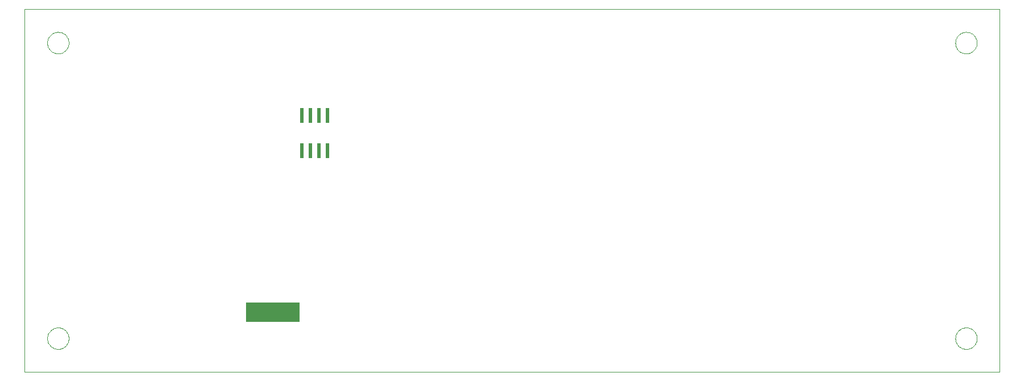
<source format=gtp>
G75*
G70*
%OFA0B0*%
%FSLAX24Y24*%
%IPPOS*%
%LPD*%
%AMOC8*
5,1,8,0,0,1.08239X$1,22.5*
%
%ADD10C,0.0000*%
%ADD11R,0.0240X0.0870*%
%ADD12R,0.3150X0.1181*%
D10*
X000232Y000101D02*
X000232Y021361D01*
X057318Y021361D01*
X057318Y000101D01*
X000232Y000101D01*
X001570Y002069D02*
X001572Y002119D01*
X001578Y002169D01*
X001588Y002218D01*
X001602Y002266D01*
X001619Y002313D01*
X001640Y002358D01*
X001665Y002402D01*
X001693Y002443D01*
X001725Y002482D01*
X001759Y002519D01*
X001796Y002553D01*
X001836Y002583D01*
X001878Y002610D01*
X001922Y002634D01*
X001968Y002655D01*
X002015Y002671D01*
X002063Y002684D01*
X002113Y002693D01*
X002162Y002698D01*
X002213Y002699D01*
X002263Y002696D01*
X002312Y002689D01*
X002361Y002678D01*
X002409Y002663D01*
X002455Y002645D01*
X002500Y002623D01*
X002543Y002597D01*
X002584Y002568D01*
X002623Y002536D01*
X002659Y002501D01*
X002691Y002463D01*
X002721Y002423D01*
X002748Y002380D01*
X002771Y002336D01*
X002790Y002290D01*
X002806Y002242D01*
X002818Y002193D01*
X002826Y002144D01*
X002830Y002094D01*
X002830Y002044D01*
X002826Y001994D01*
X002818Y001945D01*
X002806Y001896D01*
X002790Y001848D01*
X002771Y001802D01*
X002748Y001758D01*
X002721Y001715D01*
X002691Y001675D01*
X002659Y001637D01*
X002623Y001602D01*
X002584Y001570D01*
X002543Y001541D01*
X002500Y001515D01*
X002455Y001493D01*
X002409Y001475D01*
X002361Y001460D01*
X002312Y001449D01*
X002263Y001442D01*
X002213Y001439D01*
X002162Y001440D01*
X002113Y001445D01*
X002063Y001454D01*
X002015Y001467D01*
X001968Y001483D01*
X001922Y001504D01*
X001878Y001528D01*
X001836Y001555D01*
X001796Y001585D01*
X001759Y001619D01*
X001725Y001656D01*
X001693Y001695D01*
X001665Y001736D01*
X001640Y001780D01*
X001619Y001825D01*
X001602Y001872D01*
X001588Y001920D01*
X001578Y001969D01*
X001572Y002019D01*
X001570Y002069D01*
X001570Y019392D02*
X001572Y019442D01*
X001578Y019492D01*
X001588Y019541D01*
X001602Y019589D01*
X001619Y019636D01*
X001640Y019681D01*
X001665Y019725D01*
X001693Y019766D01*
X001725Y019805D01*
X001759Y019842D01*
X001796Y019876D01*
X001836Y019906D01*
X001878Y019933D01*
X001922Y019957D01*
X001968Y019978D01*
X002015Y019994D01*
X002063Y020007D01*
X002113Y020016D01*
X002162Y020021D01*
X002213Y020022D01*
X002263Y020019D01*
X002312Y020012D01*
X002361Y020001D01*
X002409Y019986D01*
X002455Y019968D01*
X002500Y019946D01*
X002543Y019920D01*
X002584Y019891D01*
X002623Y019859D01*
X002659Y019824D01*
X002691Y019786D01*
X002721Y019746D01*
X002748Y019703D01*
X002771Y019659D01*
X002790Y019613D01*
X002806Y019565D01*
X002818Y019516D01*
X002826Y019467D01*
X002830Y019417D01*
X002830Y019367D01*
X002826Y019317D01*
X002818Y019268D01*
X002806Y019219D01*
X002790Y019171D01*
X002771Y019125D01*
X002748Y019081D01*
X002721Y019038D01*
X002691Y018998D01*
X002659Y018960D01*
X002623Y018925D01*
X002584Y018893D01*
X002543Y018864D01*
X002500Y018838D01*
X002455Y018816D01*
X002409Y018798D01*
X002361Y018783D01*
X002312Y018772D01*
X002263Y018765D01*
X002213Y018762D01*
X002162Y018763D01*
X002113Y018768D01*
X002063Y018777D01*
X002015Y018790D01*
X001968Y018806D01*
X001922Y018827D01*
X001878Y018851D01*
X001836Y018878D01*
X001796Y018908D01*
X001759Y018942D01*
X001725Y018979D01*
X001693Y019018D01*
X001665Y019059D01*
X001640Y019103D01*
X001619Y019148D01*
X001602Y019195D01*
X001588Y019243D01*
X001578Y019292D01*
X001572Y019342D01*
X001570Y019392D01*
X054720Y019392D02*
X054722Y019442D01*
X054728Y019492D01*
X054738Y019541D01*
X054752Y019589D01*
X054769Y019636D01*
X054790Y019681D01*
X054815Y019725D01*
X054843Y019766D01*
X054875Y019805D01*
X054909Y019842D01*
X054946Y019876D01*
X054986Y019906D01*
X055028Y019933D01*
X055072Y019957D01*
X055118Y019978D01*
X055165Y019994D01*
X055213Y020007D01*
X055263Y020016D01*
X055312Y020021D01*
X055363Y020022D01*
X055413Y020019D01*
X055462Y020012D01*
X055511Y020001D01*
X055559Y019986D01*
X055605Y019968D01*
X055650Y019946D01*
X055693Y019920D01*
X055734Y019891D01*
X055773Y019859D01*
X055809Y019824D01*
X055841Y019786D01*
X055871Y019746D01*
X055898Y019703D01*
X055921Y019659D01*
X055940Y019613D01*
X055956Y019565D01*
X055968Y019516D01*
X055976Y019467D01*
X055980Y019417D01*
X055980Y019367D01*
X055976Y019317D01*
X055968Y019268D01*
X055956Y019219D01*
X055940Y019171D01*
X055921Y019125D01*
X055898Y019081D01*
X055871Y019038D01*
X055841Y018998D01*
X055809Y018960D01*
X055773Y018925D01*
X055734Y018893D01*
X055693Y018864D01*
X055650Y018838D01*
X055605Y018816D01*
X055559Y018798D01*
X055511Y018783D01*
X055462Y018772D01*
X055413Y018765D01*
X055363Y018762D01*
X055312Y018763D01*
X055263Y018768D01*
X055213Y018777D01*
X055165Y018790D01*
X055118Y018806D01*
X055072Y018827D01*
X055028Y018851D01*
X054986Y018878D01*
X054946Y018908D01*
X054909Y018942D01*
X054875Y018979D01*
X054843Y019018D01*
X054815Y019059D01*
X054790Y019103D01*
X054769Y019148D01*
X054752Y019195D01*
X054738Y019243D01*
X054728Y019292D01*
X054722Y019342D01*
X054720Y019392D01*
X054720Y002069D02*
X054722Y002119D01*
X054728Y002169D01*
X054738Y002218D01*
X054752Y002266D01*
X054769Y002313D01*
X054790Y002358D01*
X054815Y002402D01*
X054843Y002443D01*
X054875Y002482D01*
X054909Y002519D01*
X054946Y002553D01*
X054986Y002583D01*
X055028Y002610D01*
X055072Y002634D01*
X055118Y002655D01*
X055165Y002671D01*
X055213Y002684D01*
X055263Y002693D01*
X055312Y002698D01*
X055363Y002699D01*
X055413Y002696D01*
X055462Y002689D01*
X055511Y002678D01*
X055559Y002663D01*
X055605Y002645D01*
X055650Y002623D01*
X055693Y002597D01*
X055734Y002568D01*
X055773Y002536D01*
X055809Y002501D01*
X055841Y002463D01*
X055871Y002423D01*
X055898Y002380D01*
X055921Y002336D01*
X055940Y002290D01*
X055956Y002242D01*
X055968Y002193D01*
X055976Y002144D01*
X055980Y002094D01*
X055980Y002044D01*
X055976Y001994D01*
X055968Y001945D01*
X055956Y001896D01*
X055940Y001848D01*
X055921Y001802D01*
X055898Y001758D01*
X055871Y001715D01*
X055841Y001675D01*
X055809Y001637D01*
X055773Y001602D01*
X055734Y001570D01*
X055693Y001541D01*
X055650Y001515D01*
X055605Y001493D01*
X055559Y001475D01*
X055511Y001460D01*
X055462Y001449D01*
X055413Y001442D01*
X055363Y001439D01*
X055312Y001440D01*
X055263Y001445D01*
X055213Y001454D01*
X055165Y001467D01*
X055118Y001483D01*
X055072Y001504D01*
X055028Y001528D01*
X054986Y001555D01*
X054946Y001585D01*
X054909Y001619D01*
X054875Y001656D01*
X054843Y001695D01*
X054815Y001736D01*
X054790Y001780D01*
X054769Y001825D01*
X054752Y001872D01*
X054738Y001920D01*
X054728Y001969D01*
X054722Y002019D01*
X054720Y002069D01*
D11*
X017982Y013071D03*
X017482Y013071D03*
X016982Y013071D03*
X016482Y013071D03*
X016482Y015131D03*
X016982Y015131D03*
X017482Y015131D03*
X017982Y015131D03*
D12*
X014785Y003601D03*
M02*

</source>
